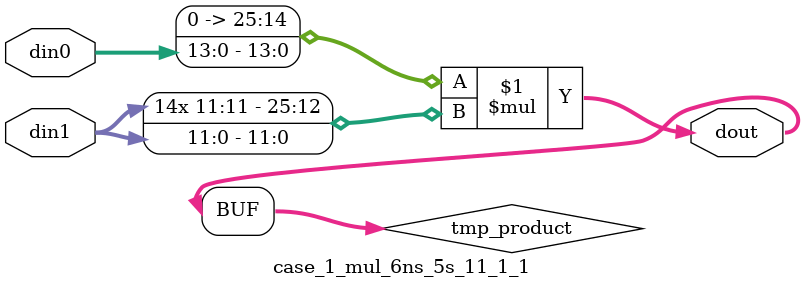
<source format=v>

`timescale 1 ns / 1 ps

 (* use_dsp = "no" *)  module case_1_mul_6ns_5s_11_1_1(din0, din1, dout);
parameter ID = 1;
parameter NUM_STAGE = 0;
parameter din0_WIDTH = 14;
parameter din1_WIDTH = 12;
parameter dout_WIDTH = 26;

input [din0_WIDTH - 1 : 0] din0; 
input [din1_WIDTH - 1 : 0] din1; 
output [dout_WIDTH - 1 : 0] dout;

wire signed [dout_WIDTH - 1 : 0] tmp_product;

























assign tmp_product = $signed({1'b0, din0}) * $signed(din1);










assign dout = tmp_product;





















endmodule

</source>
